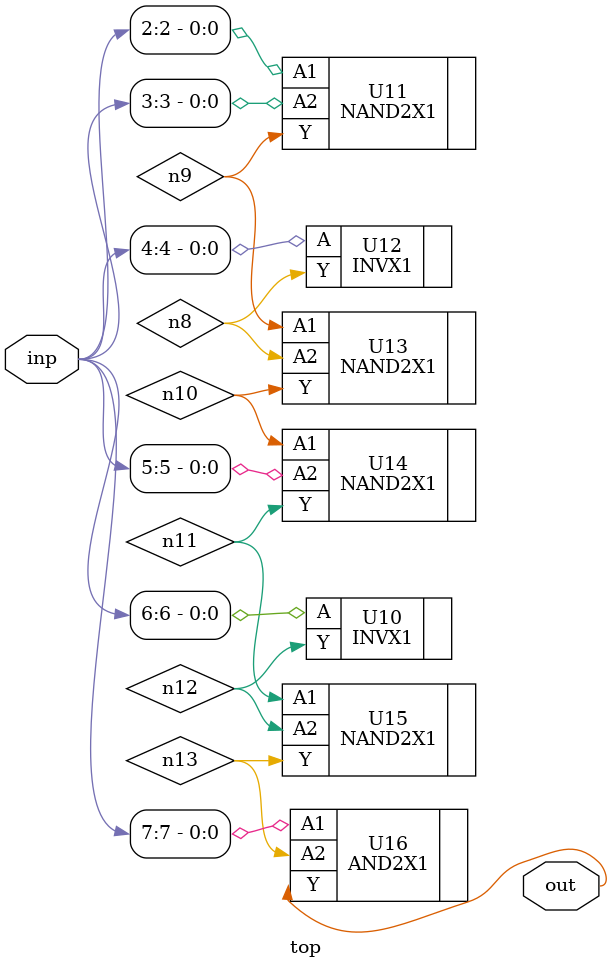
<source format=sv>


module top ( inp, out );
  input [7:0] inp;
  output out;
  wire   n8, n9, n10, n11, n12, n13;

  INVX1 U10 ( .A(inp[6]), .Y(n12) );
  NAND2X1 U11 ( .A1(inp[2]), .A2(inp[3]), .Y(n9) );
  INVX1 U12 ( .A(inp[4]), .Y(n8) );
  NAND2X1 U13 ( .A1(n9), .A2(n8), .Y(n10) );
  NAND2X1 U14 ( .A1(n10), .A2(inp[5]), .Y(n11) );
  NAND2X1 U15 ( .A1(n11), .A2(n12), .Y(n13) );
  AND2X1 U16 ( .A1(inp[7]), .A2(n13), .Y(out) );
endmodule


</source>
